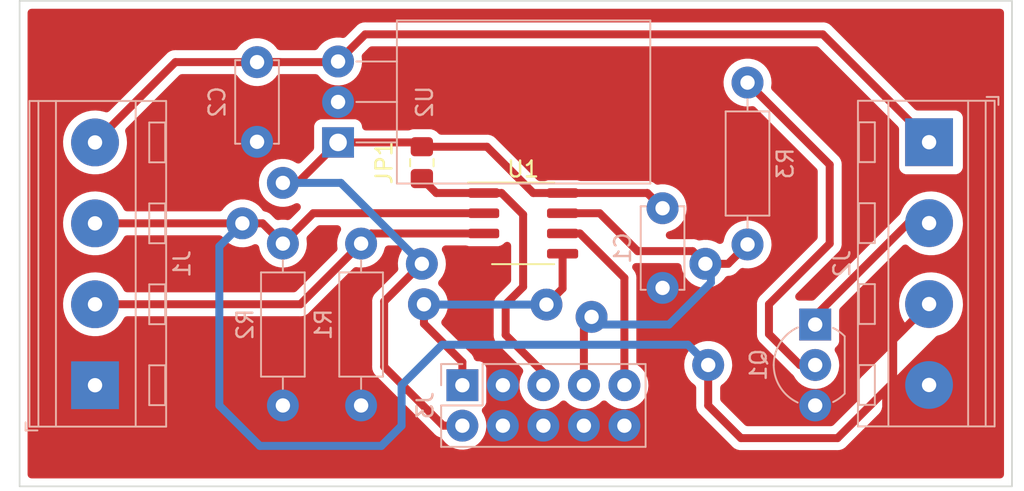
<source format=kicad_pcb>
(kicad_pcb (version 20211014) (generator pcbnew)
  (layers (0 "F.Cu" signal) (31 "B.Cu" signal) (34 "B.Paste" user) (35 "F.Paste" user) (36 "B.SilkS" user "B.Silkscreen") (37 "F.SilkS" user "F.Silkscreen") (38 "B.Mask" user) (39 "F.Mask" user) (44 "Edge.Cuts" user))
  (net 0 "")
  (net 1 "+5V")
  (net 2 "GND")
  (net 3 "CH_B")
  (net 4 "CH_A")
  (net 5 "+12V")
  (net 6 "MOSI")
  (net 7 "RESET")
  (net 8 "OUTPUT")
  (net 9 "/OUTPUT_GATE")
  (net 10 "MISO")
  (net 11 "SCK{slash}OUTPUT_DIGITAL")
  (footprint "Resistor_SMD:R_0805_2012Metric_Pad1.20x1.40mm_HandSolder" (layer "F.Cu") (at 151.195 95.885 90)
    (fp_text reference "JP1" (at 0 -2.365 90) (layer "F.SilkS"))
    (fp_text value "SolderJumper_2_Open")
    (fp_line (start -0.227064 -0.735) (end 0.227064 -0.735) (layer "F.SilkS") (width 0.12))
    (fp_line (start -0.227064 0.735) (end 0.227064 0.735) (layer "F.SilkS") (width 0.12))
    (pad "1" smd roundrect (at -1 0 90) (size 1.2 1.4) (layers "F.Cu" "F.Paste" "F.Mask") (roundrect_rratio 0.2083333333) (net 7 "RESET"))
    (pad "2" smd roundrect (at 1 0 90) (size 1.2 1.4) (layers "F.Cu" "F.Paste" "F.Mask") (roundrect_rratio 0.2083333333) (net 1 "+5V"))
  )
  (footprint "Package_SO:SOIC-8_3.9x4.9mm_P1.27mm" (layer "F.Cu") (at 157.545 99.695)
    (fp_text reference "U1" (at 0 -3.4) (layer "F.SilkS"))
    (fp_text value "ATtiny25-20SS")
    (fp_line (start 0 2.56) (end 1.95 2.56) (layer "F.SilkS") (width 0.12))
    (fp_line (start 0 -2.56) (end -3.45 -2.56) (layer "F.SilkS") (width 0.12))
    (fp_line (start 0 -2.56) (end 1.95 -2.56) (layer "F.SilkS") (width 0.12))
    (fp_line (start 0 2.56) (end -1.95 2.56) (layer "F.SilkS") (width 0.12))
    (pad "1" smd roundrect (at -2.475 -1.905) (size 1.95 0.6) (layers "F.Cu" "F.Paste" "F.Mask") (net 7 "RESET"))
    (pad "2" smd roundrect (at -2.475 -0.635) (size 1.95 0.6) (layers "F.Cu" "F.Paste" "F.Mask") (net 4 "CH_A"))
    (pad "3" smd roundrect (at -2.475 0.635) (size 1.95 0.6) (layers "F.Cu" "F.Paste" "F.Mask") (net 3 "CH_B"))
    (pad "4" smd roundrect (at -2.475 1.905) (size 1.95 0.6) (layers "F.Cu" "F.Paste" "F.Mask") (net 2 "GND"))
    (pad "5" smd roundrect (at 2.475 1.905) (size 1.95 0.6) (layers "F.Cu" "F.Paste" "F.Mask") (net 6 "MOSI"))
    (pad "6" smd roundrect (at 2.475 0.635) (size 1.95 0.6) (layers "F.Cu" "F.Paste" "F.Mask") (net 10 "MISO"))
    (pad "7" smd roundrect (at 2.475 -0.635) (size 1.95 0.6) (layers "F.Cu" "F.Paste" "F.Mask") (net 11 "SCK{slash}OUTPUT_DIGITAL"))
    (pad "8" smd roundrect (at 2.475 -1.905) (size 1.95 0.6) (layers "F.Cu" "F.Paste" "F.Mask") (net 1 "+5V"))
  )
  (footprint "Resistor_THT:R_Axial_DIN0207_L6.3mm_D2.5mm_P10.16mm_Horizontal" (layer "B.Cu") (at 171.615894 101.018831 90)
    (fp_text reference "R3" (at 5.08 2.37 90) (layer "B.SilkS") (effects (justify mirror)))
    (fp_text value "10k")
    (fp_line (start 8.35 1.37) (end 1.81 1.37) (layer "B.SilkS") (width 0.12))
    (fp_line (start 1.81 1.37) (end 1.81 -1.37) (layer "B.SilkS") (width 0.12))
    (fp_line (start 1.04 0) (end 1.81 0) (layer "B.SilkS") (width 0.12))
    (fp_line (start 8.35 -1.37) (end 8.35 1.37) (layer "B.SilkS") (width 0.12))
    (fp_line (start 1.81 -1.37) (end 8.35 -1.37) (layer "B.SilkS") (width 0.12))
    (fp_line (start 9.12 0) (end 8.35 0) (layer "B.SilkS") (width 0.12))
    (pad "1" thru_hole oval (at 0 0 90) (size 2 2) (drill 0.9) (layers *.Cu *.Mask) (net 11 "SCK{slash}OUTPUT_DIGITAL"))
    (pad "2" thru_hole oval (at 10.16 0 90) (size 2 2) (drill 0.9) (layers *.Cu *.Mask) (net 9 "/OUTPUT_GATE"))
  )
  (footprint "Package_TO_SOT_THT:TO-92_Inline_Wide" (layer "B.Cu") (at 175.86 106.045 -90)
    (fp_text reference "Q1" (at 2.54 3.56 90) (layer "B.SilkS") (effects (justify mirror)))
    (fp_text value "BC547")
    (fp_line (start 0.74 -1.85) (end 4.34 -1.85) (layer "B.SilkS") (width 0.12))
    (fp_arc (start 0.215816 -1.122795) (mid 0.446097 -1.509328) (end 0.74 -1.85) (layer "B.SilkS") (width 0.12))
    (fp_arc (start 4.8964 1.098807) (mid 3.936979 2.192817) (end 2.54 2.6) (layer "B.SilkS") (width 0.12))
    (fp_arc (start 2.54 2.6) (mid 1.143021 2.192818) (end 0.1836 1.098807) (layer "B.SilkS") (width 0.12))
    (fp_arc (start 4.34 -1.85) (mid 4.633903 -1.509328) (end 4.864184 -1.122795) (layer "B.SilkS") (width 0.12))
    (pad "1" thru_hole rect (at 0 0 270) (size 2 2) (drill 0.9) (layers *.Cu *.Mask) (net 8 "OUTPUT"))
    (pad "2" thru_hole circle (at 2.54 0 270) (size 2 2) (drill 0.9) (layers *.Cu *.Mask) (net 9 "/OUTPUT_GATE"))
    (pad "3" thru_hole circle (at 5.08 0 270) (size 2 2) (drill 0.9) (layers *.Cu *.Mask) (net 2 "GND"))
  )
  (footprint "TerminalBlock_RND:TerminalBlock_RND_205-00234_1x04_P5.08mm_Horizontal" (layer "B.Cu") (at 183 94.6 -90)
    (fp_text reference "J2" (at 7.62 5.46 90) (layer "B.SilkS") (effects (justify mirror)))
    (fp_text value "Screw_Terminal_01x04")
    (fp_line (start -2.6 2.55) (end 17.84 2.55) (layer "B.SilkS") (width 0.12))
    (fp_line (start 13.99 4.4) (end 13.99 3.4) (layer "B.SilkS") (width 0.12))
    (fp_line (start 8.91 4.4) (end 8.91 3.4) (layer "B.SilkS") (width 0.12))
    (fp_line (start -2.84 -4.35) (end -2.34 -4.35) (layer "B.SilkS") (width 0.12))
    (fp_line (start -2.6 -3.55) (end 17.84 -3.55) (layer "B.SilkS") (width 0.12))
    (fp_line (start -2.6 -4.11) (end 17.84 -4.11) (layer "B.SilkS") (width 0.12))
    (fp_line (start 3.83 4.4) (end 6.33 4.4) (layer "B.SilkS") (width 0.12))
    (fp_line (start -2.6 4.46) (end -2.6 -4.11) (layer "B.SilkS") (width 0.12))
    (fp_line (start 13.99 3.4) (end 16.49 3.4) (layer "B.SilkS") (width 0.12))
    (fp_line (start -1.25 4.4) (end -1.25 3.4) (layer "B.SilkS") (width 0.12))
    (fp_line (start 6.33 4.4) (end 6.33 3.4) (layer "B.SilkS") (width 0.12))
    (fp_line (start 16.49 4.4) (end 16.49 3.4) (layer "B.SilkS") (width 0.12))
    (fp_line (start 1.25 4.4) (end 1.25 3.4) (layer "B.SilkS") (width 0.12))
    (fp_line (start -1.25 3.4) (end 1.25 3.4) (layer "B.SilkS") (width 0.12))
    (fp_line (start -1.25 4.4) (end 1.25 4.4) (layer "B.SilkS") (width 0.12))
    (fp_line (start 3.83 4.4) (end 3.83 3.4) (layer "B.SilkS") (width 0.12))
    (fp_line (start 3.83 3.4) (end 6.33 3.4) (layer "B.SilkS") (width 0.12))
    (fp_line (start 13.99 4.4) (end 16.49 4.4) (layer "B.SilkS") (width 0.12))
    (fp_line (start 8.91 4.4) (end 11.41 4.4) (layer "B.SilkS") (width 0.12))
    (fp_line (start -2.6 -2.45) (end 17.84 -2.45) (layer "B.SilkS") (width 0.12))
    (fp_line (start 8.91 3.4) (end 11.41 3.4) (layer "B.SilkS") (width 0.12))
    (fp_line (start 11.41 4.4) (end 11.41 3.4) (layer "B.SilkS") (width 0.12))
    (fp_line (start 17.84 4.46) (end 17.84 -4.11) (layer "B.SilkS") (width 0.12))
    (fp_line (start -2.6 4.46) (end 17.84 4.46) (layer "B.SilkS") (width 0.12))
    (fp_line (start -2.84 -3.61) (end -2.84 -4.35) (layer "B.SilkS") (width 0.12))
    (pad "1" thru_hole rect (at 0 0 270) (size 3 3) (drill 0.9) (layers *.Cu *.Mask) (net 5 "+12V"))
    (pad "2" thru_hole circle (at 5.08 0 270) (size 3 3) (drill 0.9) (layers *.Cu *.Mask) (net 8 "OUTPUT"))
    (pad "3" thru_hole circle (at 10.16 0 270) (size 3 3) (drill 0.9) (layers *.Cu *.Mask) (net 4 "CH_A"))
    (pad "4" thru_hole circle (at 15.24 0 270) (size 3 3) (drill 0.9) (layers *.Cu *.Mask) (net 2 "GND"))
  )
  (footprint "Connector_PinHeader_2.54mm:PinHeader_2x05_P2.54mm_Vertical" (layer "B.Cu") (at 153.735 109.855 -90)
    (fp_text reference "J3" (at 1.27 2.33 90) (layer "B.SilkS") (effects (justify mirror)))
    (fp_text value "Header_02x05")
    (fp_line (start 1.27 -1.27) (end 1.27 1.33) (layer "B.SilkS") (width 0.12))
    (fp_line (start -1.33 1.33) (end 0 1.33) (layer "B.SilkS") (width 0.12))
    (fp_line (start -1.33 -1.27) (end 1.27 -1.27) (layer "B.SilkS") (width 0.12))
    (fp_line (start -1.33 -11.49) (end 3.87 -11.49) (layer "B.SilkS") (width 0.12))
    (fp_line (start 1.27 1.33) (end 3.87 1.33) (layer "B.SilkS") (width 0.12))
    (fp_line (start -1.33 -1.27) (end -1.33 -11.49) (layer "B.SilkS") (width 0.12))
    (fp_line (start 3.87 1.33) (end 3.87 -11.49) (layer "B.SilkS") (width 0.12))
    (fp_line (start -1.33 0) (end -1.33 1.33) (layer "B.SilkS") (width 0.12))
    (pad "1" thru_hole rect (at 0 0 270) (size 2 2) (drill 0.9) (layers *.Cu *.Mask) (net 6 "MOSI"))
    (pad "2" thru_hole circle (at 2.54 0 270) (size 2 2) (drill 0.9) (layers *.Cu *.Mask) (net 1 "+5V"))
    (pad "3" thru_hole circle (at 0 -2.54 270) (size 2 2) (drill 0.9) (layers *.Cu *.Mask) (net 2 "GND"))
    (pad "4" thru_hole circle (at 2.54 -2.54 270) (size 2 2) (drill 0.9) (layers *.Cu *.Mask) (net 2 "GND"))
    (pad "5" thru_hole circle (at 0 -5.08 270) (size 2 2) (drill 0.9) (layers *.Cu *.Mask) (net 7 "RESET"))
    (pad "6" thru_hole circle (at 2.54 -5.08 270) (size 2 2) (drill 0.9) (layers *.Cu *.Mask) (net 2 "GND"))
    (pad "7" thru_hole circle (at 0 -7.62 270) (size 2 2) (drill 0.9) (layers *.Cu *.Mask) (net 11 "SCK{slash}OUTPUT_DIGITAL"))
    (pad "8" thru_hole circle (at 2.54 -7.62 270) (size 2 2) (drill 0.9) (layers *.Cu *.Mask) (net 2 "GND"))
    (pad "9" thru_hole circle (at 0 -10.16 270) (size 2 2) (drill 0.9) (layers *.Cu *.Mask) (net 10 "MISO"))
    (pad "10" thru_hole circle (at 2.54 -10.16 270) (size 2 2) (drill 0.9) (layers *.Cu *.Mask) (net 2 "GND"))
  )
  (footprint "Capacitor_THT:C_Disc_D5.0mm_W2.5mm_P5.00mm" (layer "B.Cu") (at 140.86 89.575 -90)
    (fp_text reference "C2" (at 2.5 2.5 90) (layer "B.SilkS") (effects (justify mirror)))
    (fp_text value "100n")
    (fp_line (start -0.12 1.37) (end 5.12 1.37) (layer "B.SilkS") (width 0.12))
    (fp_line (start -0.12 -1.37) (end 5.12 -1.37) (layer "B.SilkS") (width 0.12))
    (fp_line (start -0.12 1.37) (end -0.12 1.055) (layer "B.SilkS") (width 0.12))
    (fp_line (start 5.12 1.37) (end 5.12 1.055) (layer "B.SilkS") (width 0.12))
    (fp_line (start 5.12 -1.055) (end 5.12 -1.37) (layer "B.SilkS") (width 0.12))
    (fp_line (start -0.12 -1.055) (end -0.12 -1.37) (layer "B.SilkS") (width 0.12))
    (pad "1" thru_hole oval (at 0 0 270) (size 2 2) (drill 0.9) (layers *.Cu *.Mask) (net 5 "+12V"))
    (pad "2" thru_hole oval (at 5 0 270) (size 2 2) (drill 0.9) (layers *.Cu *.Mask) (net 2 "GND"))
  )
  (footprint "TerminalBlock_RND:TerminalBlock_RND_205-00234_1x04_P5.08mm_Horizontal" (layer "B.Cu") (at 130.7 109.855 90)
    (fp_text reference "J1" (at 7.62 5.46 270) (layer "B.SilkS") (effects (justify mirror)))
    (fp_text value "Screw_Terminal_01x04")
    (fp_line (start 3.83 4.4) (end 6.33 4.4) (layer "B.SilkS") (width 0.12))
    (fp_line (start 8.91 3.4) (end 11.41 3.4) (layer "B.SilkS") (width 0.12))
    (fp_line (start 8.91 4.4) (end 11.41 4.4) (layer "B.SilkS") (width 0.12))
    (fp_line (start 13.99 4.4) (end 16.49 4.4) (layer "B.SilkS") (width 0.12))
    (fp_line (start -1.25 3.4) (end 1.25 3.4) (layer "B.SilkS") (width 0.12))
    (fp_line (start -2.6 4.46) (end 17.84 4.46) (layer "B.SilkS") (width 0.12))
    (fp_line (start 3.83 4.4) (end 3.83 3.4) (layer "B.SilkS") (width 0.12))
    (fp_line (start -2.6 2.55) (end 17.84 2.55) (layer "B.SilkS") (width 0.12))
    (fp_line (start -2.84 -3.61) (end -2.84 -4.35) (layer "B.SilkS") (width 0.12))
    (fp_line (start 1.25 4.4) (end 1.25 3.4) (layer "B.SilkS") (width 0.12))
    (fp_line (start 13.99 3.4) (end 16.49 3.4) (layer "B.SilkS") (width 0.12))
    (fp_line (start 16.49 4.4) (end 16.49 3.4) (layer "B.SilkS") (width 0.12))
    (fp_line (start 8.91 4.4) (end 8.91 3.4) (layer "B.SilkS") (width 0.12))
    (fp_line (start 11.41 4.4) (end 11.41 3.4) (layer "B.SilkS") (width 0.12))
    (fp_line (start -1.25 4.4) (end -1.25 3.4) (layer "B.SilkS") (width 0.12))
    (fp_line (start 17.84 4.46) (end 17.84 -4.11) (layer "B.SilkS") (width 0.12))
    (fp_line (start -2.6 -4.11) (end 17.84 -4.11) (layer "B.SilkS") (width 0.12))
    (fp_line (start -2.84 -4.35) (end -2.34 -4.35) (layer "B.SilkS") (width 0.12))
    (fp_line (start 13.99 4.4) (end 13.99 3.4) (layer "B.SilkS") (width 0.12))
    (fp_line (start 3.83 3.4) (end 6.33 3.4) (layer "B.SilkS") (width 0.12))
    (fp_line (start 6.33 4.4) (end 6.33 3.4) (layer "B.SilkS") (width 0.12))
    (fp_line (start -2.6 4.46) (end -2.6 -4.11) (layer "B.SilkS") (width 0.12))
    (fp_line (start -2.6 -2.45) (end 17.84 -2.45) (layer "B.SilkS") (width 0.12))
    (fp_line (start -2.6 -3.55) (end 17.84 -3.55) (layer "B.SilkS") (width 0.12))
    (fp_line (start -1.25 4.4) (end 1.25 4.4) (layer "B.SilkS") (width 0.12))
    (pad "1" thru_hole rect (at 0 0 90) (size 3 3) (drill 0.9) (layers *.Cu *.Mask) (net 2 "GND"))
    (pad "2" thru_hole circle (at 5.08 0 90) (size 3 3) (drill 0.9) (layers *.Cu *.Mask) (net 3 "CH_B"))
    (pad "3" thru_hole circle (at 10.16 0 90) (size 3 3) (drill 0.9) (layers *.Cu *.Mask) (net 4 "CH_A"))
    (pad "4" thru_hole circle (at 15.24 0 90) (size 3 3) (drill 0.9) (layers *.Cu *.Mask) (net 5 "+12V"))
  )
  (footprint "Resistor_THT:R_Axial_DIN0207_L6.3mm_D2.5mm_P10.16mm_Horizontal" (layer "B.Cu") (at 147.385 100.965 -90)
    (fp_text reference "R1" (at 5.08 2.365 90) (layer "B.SilkS") (effects (justify mirror)))
    (fp_text value "10k")
    (fp_line (start 1.81 1.37) (end 1.81 -1.37) (layer "B.SilkS") (width 0.12))
    (fp_line (start 1.81 -1.37) (end 8.35 -1.37) (layer "B.SilkS") (width 0.12))
    (fp_line (start 9.12 0) (end 8.35 0) (layer "B.SilkS") (width 0.12))
    (fp_line (start 8.35 1.37) (end 1.81 1.37) (layer "B.SilkS") (width 0.12))
    (fp_line (start 8.35 -1.37) (end 8.35 1.37) (layer "B.SilkS") (width 0.12))
    (fp_line (start 1.04 0) (end 1.81 0) (layer "B.SilkS") (width 0.12))
    (pad "1" thru_hole oval (at 0 0 270) (size 2 2) (drill 0.9) (layers *.Cu *.Mask) (net 3 "CH_B"))
    (pad "2" thru_hole oval (at 10.16 0 270) (size 2 2) (drill 0.9) (layers *.Cu *.Mask) (net 2 "GND"))
  )
  (footprint "Capacitor_THT:C_Disc_D5.0mm_W2.5mm_P5.00mm" (layer "B.Cu") (at 166.289261 98.745738 -90)
    (fp_text reference "C1" (at 2.5 2.5 90) (layer "B.SilkS") (effects (justify mirror)))
    (fp_text value "10n")
    (fp_line (start -0.12 -1.055) (end -0.12 -1.37) (layer "B.SilkS") (width 0.12))
    (fp_line (start -0.12 1.37) (end 5.12 1.37) (layer "B.SilkS") (width 0.12))
    (fp_line (start 5.12 -1.055) (end 5.12 -1.37) (layer "B.SilkS") (width 0.12))
    (fp_line (start -0.12 -1.37) (end 5.12 -1.37) (layer "B.SilkS") (width 0.12))
    (fp_line (start -0.12 1.37) (end -0.12 1.055) (layer "B.SilkS") (width 0.12))
    (fp_line (start 5.12 1.37) (end 5.12 1.055) (layer "B.SilkS") (width 0.12))
    (pad "1" thru_hole oval (at 0 0 270) (size 2 2) (drill 0.9) (layers *.Cu *.Mask) (net 1 "+5V"))
    (pad "2" thru_hole oval (at 5 0 270) (size 2 2) (drill 0.9) (layers *.Cu *.Mask) (net 2 "GND"))
  )
  (footprint "Package_TO_SOT_THT:TO-220-3_Horizontal_TabDown" (layer "B.Cu") (at 145.94 94.615 90)
    (fp_text reference "U2" (at 2.54 5.43 270) (layer "B.SilkS") (effects (justify mirror)))
    (fp_text value "L7805_TO220")
    (fp_line (start -2.58 3.69) (end 7.66 3.69) (layer "B.SilkS") (width 0.12))
    (fp_line (start 7.66 19.58) (end 7.66 3.69) (layer "B.SilkS") (width 0.12))
    (fp_line (start 0 3.69) (end 0 1.15) (layer "B.SilkS") (width 0.12))
    (fp_line (start -2.58 19.58) (end 7.66 19.58) (layer "B.SilkS") (width 0.12))
    (fp_line (start 5.08 3.69) (end 5.08 1.15) (layer "B.SilkS") (width 0.12))
    (fp_line (start 2.54 3.69) (end 2.54 1.15) (layer "B.SilkS") (width 0.12))
    (fp_line (start -2.58 19.58) (end -2.58 3.69) (layer "B.SilkS") (width 0.12))
    (pad "1" thru_hole rect (at 0 0 90) (size 1.905 2) (drill 1.1) (layers *.Cu *.Mask) (net 1 "+5V"))
    (pad "2" thru_hole oval (at 2.54 0 90) (size 2 2) (drill 0.9) (layers *.Cu *.Mask) (net 2 "GND"))
    (pad "3" thru_hole oval (at 5.08 0 90) (size 2 2) (drill 0.9) (layers *.Cu *.Mask) (net 5 "+12V"))
  )
  (footprint "Resistor_THT:R_Axial_DIN0207_L6.3mm_D2.5mm_P10.16mm_Horizontal" (layer "B.Cu") (at 142.48 100.965 -90)
    (fp_text reference "R2" (at 5.08 2.37 90) (layer "B.SilkS") (effects (justify mirror)))
    (fp_text value "10k")
    (fp_line (start 8.35 -1.37) (end 8.35 1.37) (layer "B.SilkS") (width 0.12))
    (fp_line (start 1.81 1.37) (end 1.81 -1.37) (layer "B.SilkS") (width 0.12))
    (fp_line (start 1.04 0) (end 1.81 0) (layer "B.SilkS") (width 0.12))
    (fp_line (start 1.81 -1.37) (end 8.35 -1.37) (layer "B.SilkS") (width 0.12))
    (fp_line (start 8.35 1.37) (end 1.81 1.37) (layer "B.SilkS") (width 0.12))
    (fp_line (start 9.12 0) (end 8.35 0) (layer "B.SilkS") (width 0.12))
    (pad "1" thru_hole oval (at 0 0 270) (size 2 2) (drill 0.9) (layers *.Cu *.Mask) (net 4 "CH_A"))
    (pad "2" thru_hole oval (at 10.16 0 270) (size 2 2) (drill 0.9) (layers *.Cu *.Mask) (net 2 "GND"))
  )
  (gr_poly (pts (xy 188.2 116.205) (xy 125.97 116.205) (xy 125.97 85.725) (xy 188.2 85.725)) (layer "Edge.Cuts") (width 0.1) (fill none))
  (segment (start 150.925 94.615) (end 151.195 94.885) (width 0.5) (layer "F.Cu") (net 1))
  (segment (start 151.195 102.235) (end 148.83 104.6) (width 0.5) (layer "F.Cu") (net 1))
  (segment (start 145.94 94.615) (end 150.925 94.615) (width 0.5) (layer "F.Cu") (net 1))
  (segment (start 148.83 108.692081) (end 152.532919 112.395) (width 0.5) (layer "F.Cu") (net 1))
  (segment (start 152.532919 112.395) (end 153.735 112.395) (width 0.5) (layer "F.Cu") (net 1))
  (segment (start 142.48 97.155) (end 143.4 97.155) (width 0.5) (layer "F.Cu") (net 1))
  (segment (start 155.275 94.885) (end 158.18 97.79) (width 0.5) (layer "F.Cu") (net 1))
  (segment (start 160.02 97.79) (end 165.333523 97.79) (width 0.5) (layer "F.Cu") (net 1))
  (segment (start 143.4 97.155) (end 145.94 94.615) (width 0.5) (layer "F.Cu") (net 1))
  (segment (start 148.83 104.6) (end 148.83 108.692081) (width 0.5) (layer "F.Cu") (net 1))
  (segment (start 158.18 97.79) (end 160.02 97.79) (width 0.5) (layer "F.Cu") (net 1))
  (segment (start 155.275 94.885) (end 151.195 94.885) (width 0.5) (layer "F.Cu") (net 1))
  (segment (start 165.333523 97.79) (end 166.289261 98.745738) (width 0.5) (layer "F.Cu") (net 1))
  (via (at 151.195 102.235) (size 2) (drill 0.9) (layers "F.Cu" "B.Cu") (net 1))
  (via (at 142.48 97.155) (size 2) (drill 0.9) (layers "F.Cu" "B.Cu") (net 1))
  (segment (start 146.115 97.155) (end 142.48 97.155) (width 0.5) (layer "B.Cu") (net 1))
  (segment (start 151.195 102.235) (end 146.115 97.155) (width 0.5) (layer "B.Cu") (net 1))
  (segment (start 148.02 100.33) (end 147.385 100.965) (width 0.5) (layer "F.Cu") (net 3))
  (segment (start 130.7 104.775) (end 143.575 104.775) (width 0.5) (layer "F.Cu") (net 3))
  (segment (start 143.575 104.775) (end 147.385 100.965) (width 0.5) (layer "F.Cu") (net 3))
  (segment (start 155.07 100.33) (end 148.02 100.33) (width 0.5) (layer "F.Cu") (net 3))
  (segment (start 180.75 107.01) (end 183 104.76) (width 0.5) (layer "F.Cu") (net 4))
  (segment (start 142.48 100.965) (end 144.385 99.06) (width 0.5) (layer "F.Cu") (net 4))
  (segment (start 130.7 99.695) (end 139.94 99.695) (width 0.5) (layer "F.Cu") (net 4))
  (segment (start 183 104.76) (end 183.105 104.76) (width 0.5) (layer "F.Cu") (net 4))
  (segment (start 169.15 108.585) (end 169.15 111.125) (width 0.5) (layer "F.Cu") (net 4))
  (segment (start 171.202257 113.177257) (end 177.257743 113.177257) (width 0.5) (layer "F.Cu") (net 4))
  (segment (start 141.21 99.695) (end 142.48 100.965) (width 0.5) (layer "F.Cu") (net 4))
  (segment (start 139.94 99.695) (end 141.21 99.695) (width 0.5) (layer "F.Cu") (net 4))
  (segment (start 169.15 111.125) (end 171.202257 113.177257) (width 0.5) (layer "F.Cu") (net 4))
  (segment (start 180.75 109.685) (end 180.75 107.01) (width 0.5) (layer "F.Cu") (net 4))
  (segment (start 177.257743 113.177257) (end 180.75 109.685) (width 0.5) (layer "F.Cu") (net 4))
  (segment (start 144.385 99.06) (end 155.07 99.06) (width 0.5) (layer "F.Cu") (net 4))
  (via (at 169.15 108.585) (size 2) (drill 0.9) (layers "F.Cu" "B.Cu") (net 4))
  (via (at 139.94 99.695) (size 2) (drill 0.9) (layers "F.Cu" "B.Cu") (net 4))
  (segment (start 139.94 99.695) (end 138.495 101.14) (width 0.5) (layer "B.Cu") (net 4))
  (segment (start 149.925 109.855) (end 152.465 107.315) (width 0.5) (layer "B.Cu") (net 4))
  (segment (start 148.655 113.665) (end 149.925 112.395) (width 0.5) (layer "B.Cu") (net 4))
  (segment (start 141.035 113.665) (end 148.655 113.665) (width 0.5) (layer "B.Cu") (net 4))
  (segment (start 138.495 101.14) (end 138.495 111.125) (width 0.5) (layer "B.Cu") (net 4))
  (segment (start 138.495 111.125) (end 141.035 113.665) (width 0.5) (layer "B.Cu") (net 4))
  (segment (start 149.925 112.395) (end 149.925 109.855) (width 0.5) (layer "B.Cu") (net 4))
  (segment (start 167.88 107.315) (end 169.15 108.585) (width 0.5) (layer "B.Cu") (net 4))
  (segment (start 152.465 107.315) (end 167.88 107.315) (width 0.5) (layer "B.Cu") (net 4))
  (segment (start 183 94.495) (end 183 94.6) (width 0.5) (layer "F.Cu") (net 5))
  (segment (start 147.643849 87.831151) (end 176.336151 87.831151) (width 0.5) (layer "F.Cu") (net 5))
  (segment (start 135.74 89.575) (end 142.305 89.575) (width 0.5) (layer "F.Cu") (net 5))
  (segment (start 145.94 89.535) (end 147.643849 87.831151) (width 0.5) (layer "F.Cu") (net 5))
  (segment (start 145.9 89.575) (end 145.94 89.535) (width 0.5) (layer "F.Cu") (net 5))
  (segment (start 140.86 89.575) (end 145.9 89.575) (width 0.5) (layer "F.Cu") (net 5))
  (segment (start 176.336151 87.831151) (end 183 94.495) (width 0.5) (layer "F.Cu") (net 5))
  (segment (start 130.7 94.615) (end 135.74 89.575) (width 0.5) (layer "F.Cu") (net 5))
  (segment (start 153.735 108.402421) (end 153.735 109.855) (width 0.5) (layer "F.Cu") (net 6))
  (segment (start 151.326481 105.993902) (end 153.735 108.402421) (width 0.5) (layer "F.Cu") (net 6))
  (segment (start 160.02 103.780978) (end 160.02 101.6) (width 0.5) (layer "F.Cu") (net 6))
  (segment (start 159.007989 104.792989) (end 160.02 103.780978) (width 0.5) (layer "F.Cu") (net 6))
  (segment (start 151.326481 104.775) (end 151.326481 105.993902) (width 0.5) (layer "F.Cu") (net 6))
  (via (at 151.326481 104.775) (size 2) (drill 0.9) (layers "F.Cu" "B.Cu") (net 6))
  (via (at 159.007989 104.792989) (size 2) (drill 0.9) (layers "F.Cu" "B.Cu") (net 6))
  (segment (start 151.34447 104.792989) (end 159.007989 104.792989) (width 0.5) (layer "B.Cu") (net 6))
  (segment (start 151.326481 104.775) (end 151.34447 104.792989) (width 0.5) (layer "B.Cu") (net 6))
  (segment (start 156.45 106.697711) (end 158.815 109.062711) (width 0.5) (layer "F.Cu") (net 7))
  (segment (start 151.195 96.885) (end 152.1 97.79) (width 0.5) (layer "F.Cu") (net 7))
  (segment (start 155.07 97.79) (end 156.192006 97.79) (width 0.5) (layer "F.Cu") (net 7))
  (segment (start 158.815 109.062711) (end 158.815 109.855) (width 0.5) (layer "F.Cu") (net 7))
  (segment (start 157.545 103.68) (end 156.45 104.775) (width 0.5) (layer "F.Cu") (net 7))
  (segment (start 156.192006 97.79) (end 157.545 99.142994) (width 0.5) (layer "F.Cu") (net 7))
  (segment (start 156.45 104.775) (end 156.45 106.697711) (width 0.5) (layer "F.Cu") (net 7))
  (segment (start 157.545 99.142994) (end 157.545 103.68) (width 0.5) (layer "F.Cu") (net 7))
  (segment (start 152.1 97.79) (end 155.07 97.79) (width 0.5) (layer "F.Cu") (net 7))
  (segment (start 181.690824 99.68) (end 183.105 99.68) (width 0.5) (layer "F.Cu") (net 8))
  (segment (start 183.105 99.68) (end 183.12 99.695) (width 0.5) (layer "F.Cu") (net 8))
  (segment (start 175.86 105.510824) (end 181.690824 99.68) (width 0.5) (layer "F.Cu") (net 8))
  (segment (start 175.86 106.045) (end 175.86 105.510824) (width 0.5) (layer "F.Cu") (net 8))
  (segment (start 176.77 96.012937) (end 171.615894 90.858831) (width 0.5) (layer "F.Cu") (net 9))
  (segment (start 176.77 100.965) (end 176.77 96.012937) (width 0.5) (layer "F.Cu") (net 9))
  (segment (start 174.9 108.585) (end 172.96 106.645) (width 0.5) (layer "F.Cu") (net 9))
  (segment (start 175.86 108.585) (end 174.9 108.585) (width 0.5) (layer "F.Cu") (net 9))
  (segment (start 172.96 104.775) (end 176.77 100.965) (width 0.5) (layer "F.Cu") (net 9))
  (segment (start 172.96 106.645) (end 172.96 104.775) (width 0.5) (layer "F.Cu") (net 9))
  (segment (start 161.107968 100.33) (end 160.02 100.33) (width 0.5) (layer "F.Cu") (net 10))
  (segment (start 163.895 103.117032) (end 161.107968 100.33) (width 0.5) (layer "F.Cu") (net 10))
  (segment (start 163.895 109.855) (end 163.895 103.117032) (width 0.5) (layer "F.Cu") (net 10))
  (segment (start 161.355 106.04825) (end 161.355 109.855) (width 0.5) (layer "F.Cu") (net 11))
  (segment (start 168.1769 101.4369) (end 164.722178 101.4369) (width 0.5) (layer "F.Cu") (net 11))
  (segment (start 171.615894 101.018831) (end 170.399725 102.235) (width 0.5) (layer "F.Cu") (net 11))
  (segment (start 162.345278 99.06) (end 160.02 99.06) (width 0.5) (layer "F.Cu") (net 11))
  (segment (start 168.975 102.235) (end 168.1769 101.4369) (width 0.5) (layer "F.Cu") (net 11))
  (segment (start 161.83775 105.5655) (end 161.355 106.04825) (width 0.5) (layer "F.Cu") (net 11))
  (segment (start 164.722178 101.4369) (end 162.345278 99.06) (width 0.5) (layer "F.Cu") (net 11))
  (segment (start 170.399725 102.235) (end 168.975 102.235) (width 0.5) (layer "F.Cu") (net 11))
  (via (at 161.83775 105.5655) (size 2) (drill 0.9) (layers "F.Cu" "B.Cu") (net 11))
  (via (at 168.975 102.235) (size 2) (drill 0.9) (layers "F.Cu" "B.Cu") (net 11))
  (segment (start 166.694175 106.045) (end 169.31835 103.420825) (width 0.5) (layer "B.Cu") (net 11))
  (segment (start 162.31725 106.045) (end 166.694175 106.045) (width 0.5) (layer "B.Cu") (net 11))
  (segment (start 161.83775 105.5655) (end 162.31725 106.045) (width 0.5) (layer "B.Cu") (net 11))
  (segment (start 169.31835 103.420825) (end 169.31835 102.235) (width 0.5) (layer "B.Cu") (net 11))
  (zone (net 2) (net_name "GND") (layer "F.Cu") (connect_pads yes (clearance 0.5)) (min_thickness 0.5) (fill yes (thermal_gap 0.508) (thermal_bridge_width 0.508))
    (polygon (pts (xy 188.2 116.205) (xy 125.97 116.205) (xy 125.97 85.725) (xy 188.2 85.725)))
  )
)
</source>
